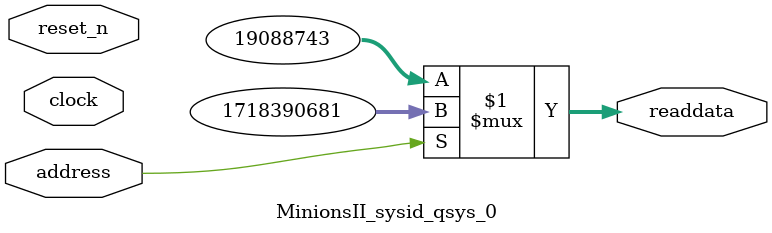
<source format=v>



// synthesis translate_off
`timescale 1ns / 1ps
// synthesis translate_on

// turn off superfluous verilog processor warnings 
// altera message_level Level1 
// altera message_off 10034 10035 10036 10037 10230 10240 10030 

module MinionsII_sysid_qsys_0 (
               // inputs:
                address,
                clock,
                reset_n,

               // outputs:
                readdata
             )
;

  output  [ 31: 0] readdata;
  input            address;
  input            clock;
  input            reset_n;

  wire    [ 31: 0] readdata;
  //control_slave, which is an e_avalon_slave
  assign readdata = address ? 1718390681 : 19088743;

endmodule



</source>
